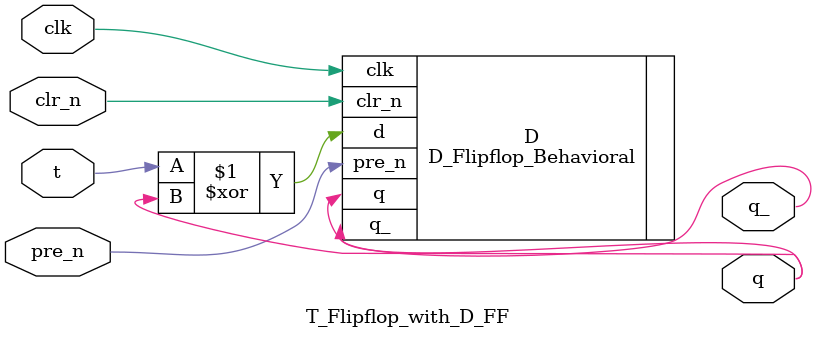
<source format=v>
`timescale 1ns / 1ps


module T_Flipflop_with_D_FF(
    q,          // q
    q_,         // q bar
    clk,        // clock
    pre_n,      // preset bar
    clr_n,      // clear bar
    t           // t
    );
    
    output q;
    output q_;
    input clk;
    input pre_n;
    input clr_n;
    input t;
    
    D_Flipflop_Behavioral D(.q(q), .q_(q_), .clk(clk), .pre_n(pre_n), .clr_n(clr_n), .d(t^q));
endmodule

</source>
